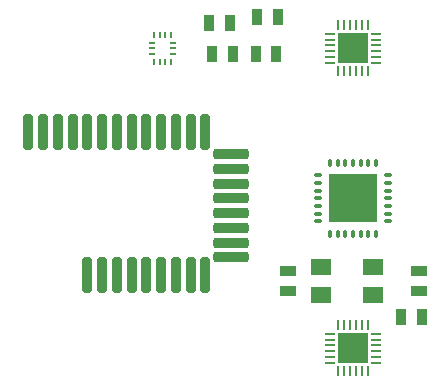
<source format=gbp>
G04 Layer_Color=128*
%FSLAX25Y25*%
%MOIN*%
G70*
G01*
G75*
%ADD13R,0.05512X0.03347*%
%ADD24R,0.03347X0.05512*%
%ADD32R,0.07087X0.05512*%
G04:AMPARAMS|DCode=33|XSize=118.11mil|YSize=33.47mil|CornerRadius=8.37mil|HoleSize=0mil|Usage=FLASHONLY|Rotation=270.000|XOffset=0mil|YOffset=0mil|HoleType=Round|Shape=RoundedRectangle|*
%AMROUNDEDRECTD33*
21,1,0.11811,0.01673,0,0,270.0*
21,1,0.10138,0.03347,0,0,270.0*
1,1,0.01673,-0.00837,-0.05069*
1,1,0.01673,-0.00837,0.05069*
1,1,0.01673,0.00837,0.05069*
1,1,0.01673,0.00837,-0.05069*
%
%ADD33ROUNDEDRECTD33*%
G04:AMPARAMS|DCode=34|XSize=33.47mil|YSize=118.11mil|CornerRadius=8.37mil|HoleSize=0mil|Usage=FLASHONLY|Rotation=270.000|XOffset=0mil|YOffset=0mil|HoleType=Round|Shape=RoundedRectangle|*
%AMROUNDEDRECTD34*
21,1,0.03347,0.10138,0,0,270.0*
21,1,0.01673,0.11811,0,0,270.0*
1,1,0.01673,-0.05069,-0.00837*
1,1,0.01673,-0.05069,0.00837*
1,1,0.01673,0.05069,0.00837*
1,1,0.01673,0.05069,-0.00837*
%
%ADD34ROUNDEDRECTD34*%
%ADD35R,0.02165X0.00984*%
%ADD36R,0.00984X0.02165*%
G04:AMPARAMS|DCode=37|XSize=9.84mil|YSize=21.65mil|CornerRadius=2.46mil|HoleSize=0mil|Usage=FLASHONLY|Rotation=180.000|XOffset=0mil|YOffset=0mil|HoleType=Round|Shape=RoundedRectangle|*
%AMROUNDEDRECTD37*
21,1,0.00984,0.01673,0,0,180.0*
21,1,0.00492,0.02165,0,0,180.0*
1,1,0.00492,-0.00246,0.00837*
1,1,0.00492,0.00246,0.00837*
1,1,0.00492,0.00246,-0.00837*
1,1,0.00492,-0.00246,-0.00837*
%
%ADD37ROUNDEDRECTD37*%
%ADD38R,0.10236X0.10236*%
%ADD39O,0.00984X0.03543*%
%ADD40O,0.03543X0.00984*%
%ADD41O,0.02756X0.01181*%
%ADD42O,0.01181X0.02756*%
%ADD43R,0.16457X0.16457*%
D13*
X91000Y66555D02*
D03*
Y73445D02*
D03*
X134500D02*
D03*
Y66555D02*
D03*
D24*
X86945Y145500D02*
D03*
X80055D02*
D03*
X135500Y58000D02*
D03*
X128610D02*
D03*
X80610Y158000D02*
D03*
X87500D02*
D03*
X65555Y145500D02*
D03*
X72445D02*
D03*
X71445Y156000D02*
D03*
X64555D02*
D03*
D32*
X119161Y74724D02*
D03*
X101839Y65276D02*
D03*
X119161D02*
D03*
X101839Y74724D02*
D03*
D33*
X23968Y72106D02*
D03*
X28890D02*
D03*
X33811D02*
D03*
X38732D02*
D03*
X43654D02*
D03*
X48575D02*
D03*
X53496D02*
D03*
X58417D02*
D03*
X63339D02*
D03*
X4284Y119547D02*
D03*
X9205D02*
D03*
X14126D02*
D03*
X19047D02*
D03*
X23968D02*
D03*
X28890D02*
D03*
X33811D02*
D03*
X38732D02*
D03*
X43654D02*
D03*
X48575D02*
D03*
X53496D02*
D03*
X58417D02*
D03*
X63339D02*
D03*
D34*
X72000Y77815D02*
D03*
Y82736D02*
D03*
Y87657D02*
D03*
Y92579D02*
D03*
Y97500D02*
D03*
Y102421D02*
D03*
Y107343D02*
D03*
Y112264D02*
D03*
D35*
X45358Y149469D02*
D03*
Y147500D02*
D03*
Y145531D02*
D03*
X52642D02*
D03*
Y147500D02*
D03*
Y149469D02*
D03*
D36*
X46047Y142874D02*
D03*
X48016D02*
D03*
X49984D02*
D03*
X51953D02*
D03*
Y152126D02*
D03*
X49984D02*
D03*
X48016D02*
D03*
D37*
X46047D02*
D03*
D38*
X112500Y147500D02*
D03*
X112500Y47500D02*
D03*
D39*
X117421Y155177D02*
D03*
X115453D02*
D03*
X113484D02*
D03*
X111516D02*
D03*
X109547D02*
D03*
X107579D02*
D03*
Y139823D02*
D03*
X109547D02*
D03*
X111516D02*
D03*
X113484D02*
D03*
X115453D02*
D03*
X117421D02*
D03*
X107579Y39823D02*
D03*
X109547D02*
D03*
X111516D02*
D03*
X113484D02*
D03*
X115453D02*
D03*
X117421D02*
D03*
Y55177D02*
D03*
X115453D02*
D03*
X113484D02*
D03*
X111516D02*
D03*
X109547D02*
D03*
X107579D02*
D03*
D40*
X104823Y152421D02*
D03*
Y150453D02*
D03*
Y148484D02*
D03*
Y146516D02*
D03*
Y144547D02*
D03*
Y142579D02*
D03*
X120177D02*
D03*
Y144547D02*
D03*
Y146516D02*
D03*
Y148484D02*
D03*
Y150453D02*
D03*
Y152421D02*
D03*
X120177Y42579D02*
D03*
Y44547D02*
D03*
Y46516D02*
D03*
Y48484D02*
D03*
Y50453D02*
D03*
Y52421D02*
D03*
X104823D02*
D03*
Y50453D02*
D03*
Y48484D02*
D03*
Y46516D02*
D03*
Y44547D02*
D03*
Y42579D02*
D03*
D41*
X100689Y89823D02*
D03*
Y92382D02*
D03*
Y94941D02*
D03*
Y97500D02*
D03*
Y100059D02*
D03*
Y102618D02*
D03*
Y105177D02*
D03*
X124311D02*
D03*
Y102618D02*
D03*
Y100059D02*
D03*
Y97500D02*
D03*
Y94941D02*
D03*
Y92382D02*
D03*
Y89823D02*
D03*
D42*
X104823Y109311D02*
D03*
X107382D02*
D03*
X109941D02*
D03*
X112500D02*
D03*
X115059D02*
D03*
X117618D02*
D03*
X120177D02*
D03*
Y85689D02*
D03*
X117618D02*
D03*
X115059D02*
D03*
X112500D02*
D03*
X109941D02*
D03*
X107382D02*
D03*
X104823D02*
D03*
D43*
X112500Y97500D02*
D03*
M02*

</source>
